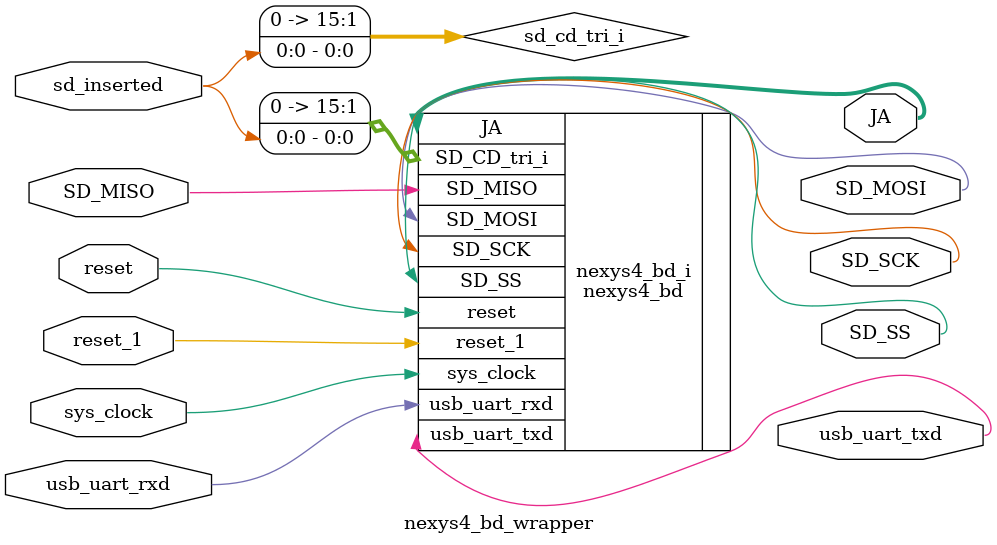
<source format=v>
`timescale 1 ps / 1 ps

module nexys4_bd_wrapper
   (JA,
    SD_MISO,
    SD_MOSI,
    SD_SCK,
    SD_SS,
    reset,
    reset_1,
    sd_inserted,
    sys_clock,
    usb_uart_rxd,
    usb_uart_txd);
  output [3:1] JA;
  input SD_MISO;
  output SD_MOSI;
  output SD_SCK;
  output [0:0]SD_SS;
  input reset;
  input reset_1;
  input sd_inserted;
  input sys_clock;
  input usb_uart_rxd;
  output usb_uart_txd;
  
  wire [3:1] JA;
  wire SD_MISO;
  wire SD_MOSI;
  wire SD_SCK;
  wire [0:0]SD_SS;
  wire reset;
  wire reset_1;
  wire [15:0]sd_cd_tri_i;
  wire sys_clock;
  wire usb_uart_rxd;
  wire usb_uart_txd;
  
  assign sd_cd_tri_i[15:1] = 15'b0;
  assign sd_cd_tri_i[0] = sd_inserted;

  nexys4_bd nexys4_bd_i
       (.JA(JA),
        .SD_CD_tri_i(sd_cd_tri_i),
        .SD_MISO(SD_MISO),
        .SD_MOSI(SD_MOSI),
        .SD_SCK(SD_SCK),
        .SD_SS(SD_SS),
        .reset(reset),
        .reset_1(reset_1),
        .sys_clock(sys_clock),
        .usb_uart_rxd(usb_uart_rxd),
        .usb_uart_txd(usb_uart_txd));
endmodule

</source>
